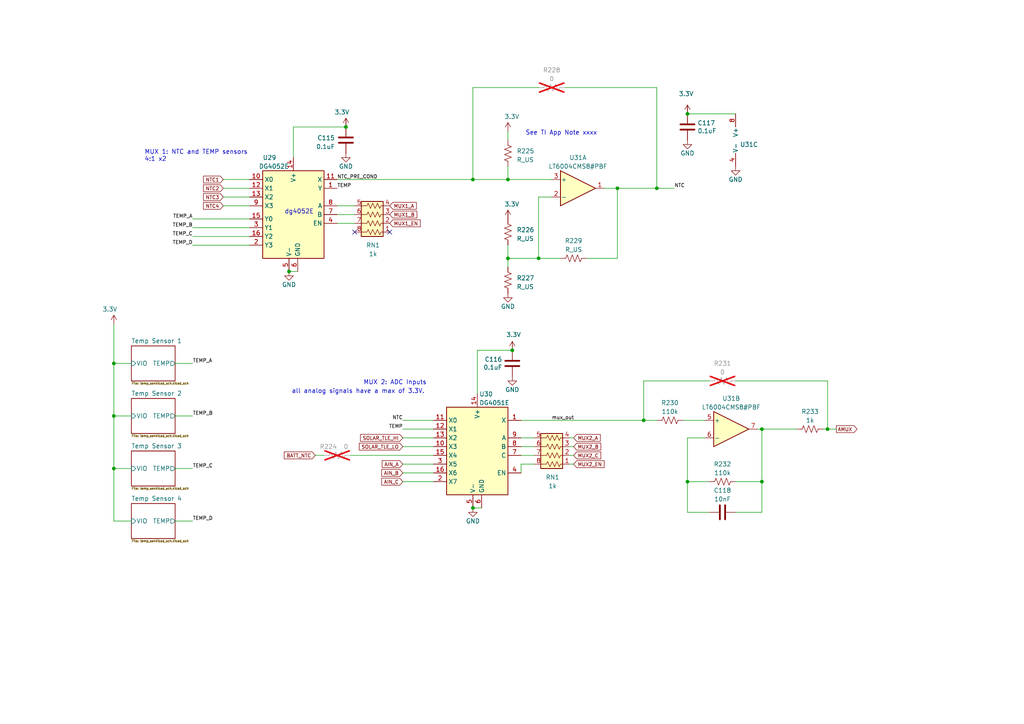
<source format=kicad_sch>
(kicad_sch (version 20230121) (generator eeschema)
  (paper "A4")
  (title_block (company "Sierra Lobo INC."))
  (lib_symbols
    (symbol "Device:C" (pin_numbers hide) (pin_names (offset 0.254))
      (property "Reference" "C" (at 0.635 2.54 0))
      (property "Value" "C" (at 0.635 -2.54 0))
      (symbol "C_0_1"
        (polyline (pts (xy -2.032 -0.762) (xy 2.032 -0.762)) (stroke (width 0.508)))
        (polyline (pts (xy -2.032 0.762) (xy 2.032 0.762)) (stroke (width 0.508)))
      )
      (symbol "C_1_1"
        (pin passive line (at 0 3.81 270) (length 2.794) (name "~") (number "1"))
        (pin passive line (at 0 -3.81 90) (length 2.794) (name "~") (number "2"))
      )
    )
    (symbol "Device:R_US" (pin_numbers hide) (pin_names (offset 0))
      (property "Reference" "R" (at 2.54 0 90))
      (property "Value" "R_US" (at -2.54 0 90))
      (symbol "R_US_0_1"
        (polyline (pts (xy 0 -2.286) (xy 0 -2.54)))
        (polyline (pts (xy 0 2.286) (xy 0 2.54)))
        (polyline (pts (xy 0 -0.762) (xy 1.016 -1.143) (xy 0 -1.524) (xy -1.016 -1.905) (xy 0 -2.286)))
        (polyline (pts (xy 0 0.762) (xy 1.016 0.381) (xy 0 0) (xy -1.016 -0.381) (xy 0 -0.762)))
        (polyline (pts (xy 0 2.286) (xy 1.016 1.905) (xy 0 1.524) (xy -1.016 1.143) (xy 0 0.762)))
      )
      (symbol "R_US_1_1"
        (pin passive line (at 0 3.81 270) (length 1.27) (name "~") (number "1"))
        (pin passive line (at 0 -3.81 90) (length 1.27) (name "~") (number "2"))
      )
    )
    (symbol "SierraLobo:DG4051E"
      (property "Reference" "U" (at -8.89 22.86 0))
      (property "Value" "DG4051E" (at 1.27 22.86 0))
      (symbol "DG4051E_1_0"
        (pin passive line (at -12.7 17.78 0) (length 3.81) (name "X") (number "1"))
        (pin passive line (at 12.7 7.62 180) (length 3.81) (name "X4") (number "15"))
        (pin passive line (at 12.7 2.54 180) (length 3.81) (name "X6") (number "16"))
        (pin passive line (at 12.7 5.08 180) (length 3.81) (name "X5") (number "3"))
      )
      (symbol "DG4051E_1_1"
        (rectangle (start -8.89 21.59) (end 8.89 -3.81) (stroke (width 0.254)) (fill (type background)))
        (pin passive line (at 12.7 10.16 180) (length 3.81) (name "X3") (number "10"))
        (pin passive line (at 12.7 17.78 180) (length 3.81) (name "X0") (number "11"))
        (pin passive line (at 12.7 15.24 180) (length 3.81) (name "X1") (number "12"))
        (pin passive line (at 12.7 12.7 180) (length 3.81) (name "X2") (number "13"))
        (pin passive line (at 0 25.4 270) (length 3.81) (name "V+") (number "14"))
        (pin passive line (at 12.7 0 180) (length 3.81) (name "X7") (number "2"))
        (pin passive line (at -12.7 2.54 0) (length 3.81) (name "EN") (number "4"))
        (pin passive line (at 1.27 -7.62 90) (length 3.81) (name "V-") (number "5"))
        (pin passive line (at -1.27 -7.62 90) (length 3.81) (name "GND") (number "6"))
        (pin passive line (at -12.7 7.62 0) (length 3.81) (name "C") (number "7"))
        (pin passive line (at -12.7 10.16 0) (length 3.81) (name "B") (number "8"))
        (pin passive line (at -12.7 12.7 0) (length 3.81) (name "A") (number "9"))
      )
    )
    (symbol "SierraLobo:DG4052E"
      (property "Reference" "U" (at -8.89 22.86 0))
      (property "Value" "DG4052E" (at 1.27 22.86 0))
      (symbol "DG4052E_1_0"
        (pin passive line (at -12.7 16.51 0) (length 3.81) (name "Y") (number "1"))
        (pin passive line (at -12.7 19.05 0) (length 3.81) (name "X") (number "11"))
        (pin passive line (at 12.7 7.62 180) (length 3.81) (name "Y0") (number "15"))
        (pin passive line (at 12.7 2.54 180) (length 3.81) (name "Y2") (number "16"))
        (pin passive line (at 12.7 5.08 180) (length 3.81) (name "Y1") (number "3"))
      )
      (symbol "DG4052E_1_1"
        (rectangle (start -8.89 21.59) (end 8.89 -3.81) (stroke (width 0.254)) (fill (type background)))
        (pin passive line (at 12.7 19.05 180) (length 3.81) (name "X0") (number "10"))
        (pin passive line (at 12.7 16.51 180) (length 3.81) (name "X1") (number "12"))
        (pin passive line (at 12.7 13.97 180) (length 3.81) (name "X2") (number "13"))
        (pin passive line (at 0 25.4 270) (length 3.81) (name "V+") (number "14"))
        (pin passive line (at 12.7 0 180) (length 3.81) (name "Y3") (number "2"))
        (pin passive line (at -12.7 6.35 0) (length 3.81) (name "EN") (number "4"))
        (pin passive line (at 1.27 -7.62 90) (length 3.81) (name "V-") (number "5"))
        (pin passive line (at -1.27 -7.62 90) (length 3.81) (name "GND") (number "6"))
        (pin passive line (at -12.7 8.89 0) (length 3.81) (name "B") (number "7"))
        (pin passive line (at -12.7 11.43 0) (length 3.81) (name "A") (number "8"))
        (pin passive line (at 12.7 11.43 180) (length 3.81) (name "X3") (number "9"))
      )
    )
    (symbol "SierraLobo:LT6004CMS8#PBF" (pin_names (offset 0.127))
      (property "Reference" "U" (at 0 5.08 0))
      (property "Value" "LT6004CMS8#PBF" (at 0 -5.08 0))
      (symbol "LT6004CMS8#PBF_1_1"
        (polyline (pts (xy -5.08 5.08) (xy 5.08 0) (xy -5.08 -5.08) (xy -5.08 5.08)) (stroke (width 0.254)) (fill (type background)))
        (pin output line (at 7.62 0 180) (length 2.54) (name "~") (number "1"))
        (pin input line (at -7.62 -2.54 0) (length 2.54) (name "-") (number "2"))
        (pin input line (at -7.62 2.54 0) (length 2.54) (name "+") (number "3"))
      )
      (symbol "LT6004CMS8#PBF_2_1"
        (polyline (pts (xy -5.08 5.08) (xy 5.08 0) (xy -5.08 -5.08) (xy -5.08 5.08)) (stroke (width 0.254)) (fill (type background)))
        (pin input line (at -7.62 2.54 0) (length 2.54) (name "+") (number "5"))
        (pin input line (at -7.62 -2.54 0) (length 2.54) (name "-") (number "6"))
        (pin output line (at 7.62 0 180) (length 2.54) (name "~") (number "7"))
      )
      (symbol "LT6004CMS8#PBF_3_1"
        (pin power_in line (at -2.54 -7.62 90) (length 3.81) (name "V-") (number "4"))
        (pin power_in line (at -2.54 7.62 270) (length 3.81) (name "V+") (number "8"))
      )
    )
    (symbol "SierraLobo:R_Network04_US" (pin_names (offset 0) hide)
      (property "Reference" "RN" (at -7.62 0 90))
      (property "Value" "R_Network04_US" (at 5.08 0 90))
      (symbol "R_Network04_US_0_1"
        (rectangle (start -6.35 3.175) (end 3.81 -3.175) (stroke (width 0.254)) (fill (type background)))
        (polyline (pts (xy -5.08 2.54) (xy -5.08 1.524) (xy -4.318 1.1684) (xy -5.842 0.508) (xy -4.318 -0.1524) (xy -5.842 -0.8382) (xy -4.318 -1.524) (xy -5.842 -2.1844) (xy -5.08 -2.54) (xy -5.08 -3.81)))
        (polyline (pts (xy -2.54 2.54) (xy -2.54 1.524) (xy -1.778 1.1684) (xy -3.302 0.508) (xy -1.778 -0.1524) (xy -3.302 -0.8382) (xy -1.778 -1.524) (xy -3.302 -2.1844) (xy -2.54 -2.54) (xy -2.54 -3.81)))
        (polyline (pts (xy 0 2.54) (xy 0 1.524) (xy 0.762 1.1684) (xy -0.762 0.508) (xy 0.762 -0.1524) (xy -0.762 -0.8382) (xy 0.762 -1.524) (xy -0.762 -2.1844) (xy 0 -2.54) (xy 0 -3.81)))
        (polyline (pts (xy 2.54 2.54) (xy 2.54 1.524) (xy 3.302 1.1684) (xy 1.778 0.508) (xy 3.302 -0.1524) (xy 1.778 -0.8382) (xy 3.302 -1.524) (xy 1.778 -2.1844) (xy 2.54 -2.54) (xy 2.54 -3.81)))
      )
      (symbol "R_Network04_US_1_1"
        (pin passive line (at -5.08 -5.08 90) (length 1.27) (name "~") (number "1"))
        (pin passive line (at -2.54 -5.08 90) (length 1.27) (name "~") (number "2"))
        (pin passive line (at 0 -5.08 90) (length 1.27) (name "~") (number "3"))
        (pin passive line (at 2.54 -5.08 90) (length 1.27) (name "~") (number "4"))
        (pin passive line (at 2.54 5.08 270) (length 2.54) (name "~") (number "5"))
        (pin passive line (at 0 5.08 270) (length 2.54) (name "~") (number "6"))
        (pin passive line (at -2.54 5.08 270) (length 2.54) (name "~") (number "7"))
        (pin passive line (at -5.08 5.08 270) (length 2.54) (name "~") (number "8"))
      )
    )
    (symbol "mainboard:3.3V" (power) (pin_names (offset 1.016))
      (property "Value" "3.3V" (at -1.016 3.556 0))
      (symbol "3.3V_1_0"
        (polyline (pts (xy 0 2.54) (xy -0.762 1.27)))
        (polyline (pts (xy 0.762 1.27) (xy 0 2.54)))
        (pin power_in line (at 0 0 90) (length 2.54) (name "3.3V") (number "1"))
      )
    )
    (symbol "power:GND" (power) (pin_names (offset 0))
      (property "Value" "GND" (at 0 -3.81 0))
      (symbol "GND_0_1"
        (polyline (pts (xy 0 0) (xy 0 -1.27) (xy 1.27 -1.27) (xy 0 -2.54) (xy -1.27 -1.27) (xy 0 -1.27)))
      )
      (symbol "GND_1_1"
        (pin power_in line (at 0 0 270) (length 0) hide (name "GND") (number "1"))
      )
    )
  )
  (junction (at 220.98 139.7))
  (junction (at 33.02 105.41))
  (junction (at 147.32 52.07))
  (junction (at 199.39 33.02))
  (junction (at 33.02 135.89))
  (junction (at 156.21 74.93))
  (junction (at 33.02 120.65))
  (junction (at 100.33 36.83))
  (junction (at 190.5 54.61))
  (junction (at 148.59 101.6))
  (junction (at 199.39 139.7))
  (junction (at 83.82 78.74))
  (junction (at 147.32 74.93))
  (junction (at 240.03 124.46))
  (junction (at 220.98 124.46))
  (junction (at 179.07 54.61))
  (junction (at 137.16 147.32))
  (junction (at 186.69 121.92))
  (junction (at 137.16 52.07))
  (no_connect (at 102.87 67.31))
  (no_connect (at 113.03 67.31))
  (wire (pts (xy 97.79 52.07) (xy 137.16 52.07)))
  (wire (pts (xy 220.98 124.46) (xy 219.71 124.46)))
  (wire (pts (xy 125.73 124.46) (xy 116.84 124.46)))
  (wire (pts (xy 33.02 120.65) (xy 38.1 120.65)))
  (wire (pts (xy 55.88 105.41) (xy 50.8 105.41)))
  (wire (pts (xy 166.37 129.54) (xy 165.1 129.54)))
  (wire (pts (xy 151.13 121.92) (xy 186.69 121.92)))
  (wire (pts (xy 85.09 36.83) (xy 85.09 45.72)))
  (wire (pts (xy 97.79 64.77) (xy 102.87 64.77)))
  (wire (pts (xy 33.02 105.41) (xy 38.1 105.41)))
  (wire (pts (xy 72.39 52.07) (xy 64.77 52.07)))
  (wire (pts (xy 147.32 52.07) (xy 147.32 48.26)))
  (wire (pts (xy 151.13 134.62) (xy 154.94 134.62)))
  (wire (pts (xy 199.39 148.59) (xy 205.74 148.59)))
  (wire (pts (xy 190.5 25.4) (xy 190.5 54.61)))
  (wire (pts (xy 199.39 139.7) (xy 199.39 148.59)))
  (wire (pts (xy 33.02 135.89) (xy 33.02 151.13)))
  (wire (pts (xy 220.98 148.59) (xy 213.36 148.59)))
  (wire (pts (xy 72.39 63.5) (xy 55.88 63.5)))
  (wire (pts (xy 151.13 129.54) (xy 154.94 129.54)))
  (wire (pts (xy 137.16 147.32) (xy 139.7 147.32)))
  (wire (pts (xy 156.21 25.4) (xy 137.16 25.4)))
  (wire (pts (xy 160.02 57.15) (xy 156.21 57.15)))
  (wire (pts (xy 179.07 74.93) (xy 179.07 54.61)))
  (wire (pts (xy 238.76 124.46) (xy 240.03 124.46)))
  (wire (pts (xy 55.88 71.12) (xy 72.39 71.12)))
  (wire (pts (xy 137.16 25.4) (xy 137.16 52.07)))
  (wire (pts (xy 33.02 93.98) (xy 33.02 105.41)))
  (wire (pts (xy 166.37 127) (xy 165.1 127)))
  (wire (pts (xy 91.44 132.08) (xy 93.98 132.08)))
  (wire (pts (xy 137.16 52.07) (xy 147.32 52.07)))
  (wire (pts (xy 179.07 54.61) (xy 190.5 54.61)))
  (wire (pts (xy 97.79 62.23) (xy 102.87 62.23)))
  (wire (pts (xy 33.02 135.89) (xy 38.1 135.89)))
  (wire (pts (xy 204.47 127) (xy 199.39 127)))
  (wire (pts (xy 125.73 137.16) (xy 116.84 137.16)))
  (wire (pts (xy 72.39 66.04) (xy 55.88 66.04)))
  (wire (pts (xy 160.02 52.07) (xy 147.32 52.07)))
  (wire (pts (xy 72.39 68.58) (xy 55.88 68.58)))
  (wire (pts (xy 240.03 110.49) (xy 240.03 124.46)))
  (wire (pts (xy 179.07 54.61) (xy 175.26 54.61)))
  (wire (pts (xy 205.74 110.49) (xy 186.69 110.49)))
  (wire (pts (xy 186.69 121.92) (xy 190.5 121.92)))
  (wire (pts (xy 166.37 132.08) (xy 165.1 132.08)))
  (wire (pts (xy 213.36 139.7) (xy 220.98 139.7)))
  (wire (pts (xy 86.36 78.74) (xy 83.82 78.74)))
  (wire (pts (xy 116.84 139.7) (xy 125.73 139.7)))
  (wire (pts (xy 125.73 121.92) (xy 116.84 121.92)))
  (wire (pts (xy 101.6 132.08) (xy 125.73 132.08)))
  (wire (pts (xy 125.73 129.54) (xy 116.84 129.54)))
  (wire (pts (xy 199.39 139.7) (xy 205.74 139.7)))
  (wire (pts (xy 186.69 110.49) (xy 186.69 121.92)))
  (wire (pts (xy 198.12 121.92) (xy 204.47 121.92)))
  (wire (pts (xy 100.33 36.83) (xy 85.09 36.83)))
  (wire (pts (xy 240.03 124.46) (xy 242.57 124.46)))
  (wire (pts (xy 55.88 151.13) (xy 50.8 151.13)))
  (wire (pts (xy 55.88 120.65) (xy 50.8 120.65)))
  (wire (pts (xy 156.21 74.93) (xy 162.56 74.93)))
  (wire (pts (xy 72.39 54.61) (xy 64.77 54.61)))
  (wire (pts (xy 199.39 33.02) (xy 213.36 33.02)))
  (wire (pts (xy 97.79 59.69) (xy 102.87 59.69)))
  (wire (pts (xy 190.5 54.61) (xy 195.58 54.61)))
  (wire (pts (xy 147.32 74.93) (xy 147.32 77.47)))
  (wire (pts (xy 163.83 25.4) (xy 190.5 25.4)))
  (wire (pts (xy 165.1 134.62) (xy 166.37 134.62)))
  (wire (pts (xy 156.21 74.93) (xy 147.32 74.93)))
  (wire (pts (xy 147.32 38.1) (xy 147.32 40.64)))
  (wire (pts (xy 33.02 151.13) (xy 38.1 151.13)))
  (wire (pts (xy 148.59 101.6) (xy 138.43 101.6)))
  (wire (pts (xy 220.98 124.46) (xy 231.14 124.46)))
  (wire (pts (xy 220.98 139.7) (xy 220.98 124.46)))
  (wire (pts (xy 151.13 132.08) (xy 154.94 132.08)))
  (wire (pts (xy 220.98 139.7) (xy 220.98 148.59)))
  (wire (pts (xy 33.02 105.41) (xy 33.02 120.65)))
  (wire (pts (xy 72.39 59.69) (xy 64.77 59.69)))
  (wire (pts (xy 33.02 120.65) (xy 33.02 135.89)))
  (wire (pts (xy 125.73 134.62) (xy 116.84 134.62)))
  (wire (pts (xy 125.73 127) (xy 116.84 127)))
  (wire (pts (xy 170.18 74.93) (xy 179.07 74.93)))
  (wire (pts (xy 156.21 57.15) (xy 156.21 74.93)))
  (wire (pts (xy 151.13 127) (xy 154.94 127)))
  (wire (pts (xy 213.36 110.49) (xy 240.03 110.49)))
  (wire (pts (xy 151.13 137.16) (xy 151.13 134.62)))
  (wire (pts (xy 147.32 71.12) (xy 147.32 74.93)))
  (wire (pts (xy 199.39 127) (xy 199.39 139.7)))
  (wire (pts (xy 55.88 135.89) (xy 50.8 135.89)))
  (wire (pts (xy 72.39 57.15) (xy 64.77 57.15)))
  (wire (pts (xy 138.43 101.6) (xy 138.43 114.3)))
  (text "MUX 2: ADC Inputs" (at 105.41 111.76 0) (effects (font (size 1.27 1.27)) (justify left bottom)))
  (text "MUX 1: NTC and TEMP sensors\n4:1 x2" (at 41.91 46.99 0) (effects (font (size 1.27 1.27)) (justify left bottom)))
  (text "dg4052E" (at 82.55 62.23 0) (effects (font (size 1.27 1.27)) (justify left bottom)))
  (text "See TI App Note xxxx" (at 152.4 39.37 0) (effects (font (size 1.27 1.27)) (justify left bottom)))
  (text "all analog signals have a max of 3.3V." (at 123.19 114.3 0) (effects (font (size 1.27 1.27)) (justify right bottom)))
  (label "TEMP_B" (at 55.88 120.65 0) (effects (font (size 1.016 1.016))))
  (label "TEMP_A" (at 55.88 105.41 0) (effects (font (size 1.016 1.016))))
  (label "TEMP" (at 97.79 54.61 0) (effects (font (size 1.016 1.016))))
  (label "TEMP_C" (at 55.88 135.89 0) (effects (font (size 1.016 1.016))))
  (label "TEMP_C" (at 55.88 68.58 180) (effects (font (size 1.016 1.016))))
  (label "NTC_PRE_COND" (at 97.79 52.07 0) (effects (font (size 1.016 1.016))))
  (label "TEMP_D" (at 55.88 151.13 0) (effects (font (size 1.016 1.016))))
  (label "TEMP" (at 116.84 124.46 180) (effects (font (size 1.016 1.016))))
  (label "TEMP_B" (at 55.88 66.04 180) (effects (font (size 1.016 1.016))))
  (label "TEMP_D" (at 55.88 71.12 180) (effects (font (size 1.016 1.016))))
  (label "NTC" (at 195.58 54.61 0) (effects (font (size 1.016 1.016))))
  (label "TEMP_A" (at 55.88 63.5 180) (effects (font (size 1.016 1.016))))
  (label "mux_out" (at 160.02 121.92 0) (effects (font (size 1.016 1.016))))
  (label "NTC" (at 116.84 121.92 180) (effects (font (size 1.016 1.016))))
  (global_label "MUX2_C" (shape input) (at 166.37 132.08 0) (effects (font (size 1.016 1.016))) (property "Intersheetrefs" "${INTERSHEET_REFS}" (effects hide)))
  (global_label "MUX1_B" (shape input) (at 113.03 62.23 0) (effects (font (size 1.016 1.016))) (property "Intersheetrefs" "${INTERSHEET_REFS}" (effects hide)))
  (global_label "AIN_B" (shape input) (at 116.84 137.16 180) (effects (font (size 1.016 1.016))) (property "Intersheetrefs" "${INTERSHEET_REFS}" (effects hide)))
  (global_label "MUX2_EN" (shape input) (at 166.37 134.62 0) (effects (font (size 1.016 1.016))) (property "Intersheetrefs" "${INTERSHEET_REFS}" (effects hide)))
  (global_label "MUX1_EN" (shape input) (at 113.03 64.77 0) (effects (font (size 1.016 1.016))) (property "Intersheetrefs" "${INTERSHEET_REFS}" (effects hide)))
  (global_label "MUX2_B" (shape input) (at 166.37 129.54 0) (effects (font (size 1.016 1.016))) (property "Intersheetrefs" "${INTERSHEET_REFS}" (effects hide)))
  (global_label "AMUX" (shape output) (at 242.57 124.46 0) (effects (font (size 1.016 1.016))) (property "Intersheetrefs" "${INTERSHEET_REFS}" (effects hide)))
  (global_label "AIN_C" (shape input) (at 116.84 139.7 180) (effects (font (size 1.016 1.016))) (property "Intersheetrefs" "${INTERSHEET_REFS}" (effects hide)))
  (global_label "NTC1" (shape input) (at 64.77 52.07 180) (effects (font (size 1.016 1.016))) (property "Intersheetrefs" "${INTERSHEET_REFS}" (effects hide)))
  (global_label "NTC4" (shape input) (at 64.77 59.69 180) (effects (font (size 1.016 1.016))) (property "Intersheetrefs" "${INTERSHEET_REFS}" (effects hide)))
  (global_label "MUX1_A" (shape input) (at 113.03 59.69 0) (effects (font (size 1.016 1.016))) (property "Intersheetrefs" "${INTERSHEET_REFS}" (effects hide)))
  (global_label "AIN_A" (shape input) (at 116.84 134.62 180) (effects (font (size 1.016 1.016))) (property "Intersheetrefs" "${INTERSHEET_REFS}" (effects hide)))
  (global_label "SOLAR_TLE_LO" (shape input) (at 116.84 129.54 180) (effects (font (size 1.016 1.016))) (property "Intersheetrefs" "${INTERSHEET_REFS}" (effects hide)))
  (global_label "NTC3" (shape input) (at 64.77 57.15 180) (effects (font (size 1.016 1.016))) (property "Intersheetrefs" "${INTERSHEET_REFS}" (effects hide)))
  (global_label "BATT_NTC" (shape input) (at 91.44 132.08 180) (effects (font (size 1.016 1.016))) (property "Intersheetrefs" "${INTERSHEET_REFS}" (effects hide)))
  (global_label "NTC2" (shape input) (at 64.77 54.61 180) (effects (font (size 1.016 1.016))) (property "Intersheetrefs" "${INTERSHEET_REFS}" (effects hide)))
  (global_label "MUX2_A" (shape input) (at 166.37 127 0) (effects (font (size 1.016 1.016))) (property "Intersheetrefs" "${INTERSHEET_REFS}" (effects hide)))
  (global_label "SOLAR_TLE_HI" (shape input) (at 116.84 127 180) (effects (font (size 1.016 1.016))) (property "Intersheetrefs" "${INTERSHEET_REFS}" (effects hide)))
  (symbol (lib_id "mainboard:3.3V") (at 147.32 38.1 0) (unit 1)
    (property "Reference" "#SUPPLY02" (effects hide))
    (property "Value" "3.3V" (at 146.304 34.544 0) (effects (justify left bottom)))
    (instances (project "mainboard" (path "" (reference "#SUPPLY02") (unit 1)) (path "" (reference "#SUPPLY027") (unit 1)) (path "" (reference "#SUPPLY036") (unit 1))))
  )
  (symbol (lib_id "power:GND") (at 137.16 147.32 0) (mirror y) (unit 1)
    (property "Reference" "#PWR0155" (effects hide))
    (property "Value" "GND" (at 137.16 151.13 0))
  )
  (symbol (lib_id "Device:R_US") (at 160.02 25.4 90) (unit 1) (dnp yes)
    (property "Reference" "R228" (at 160.02 20.32 90))
    (property "Value" "0" (at 160.02 22.86 90))
    (property "Footprint" "Resistor_SMD:R_0603_1608Metric" (effects hide))
  )
  (symbol (lib_id "power:GND") (at 213.36 48.26 0) (mirror y) (unit 1)
    (property "Reference" "#PWR0159" (effects hide))
    (property "Value" "GND" (at 213.36 52.07 0))
  )
  (symbol (lib_id "SierraLobo:R_Network04_US") (at 107.95 62.23 90) (unit 1)
    (property "Reference" "RN1" (at 108.204 71.12 90))
    (property "Value" "1k" (at 108.204 73.66 90))
    (property "Footprint" "SierraLobo:RAVF164D" (effects hide))
    (property "Datasheet" "RAVF164DJT1K00" (effects hide))
    (instances (project "mainboard" (path "" (reference "RN1") (unit 1)) (path "" (reference "RN5") (unit 1))))
  )
  (symbol (lib_id "mainboard:3.3V") (at 33.02 93.98 0) (mirror y) (unit 1)
    (property "Reference" "#SUPPLY02" (effects hide))
    (property "Value" "3.3V" (at 34.036 90.424 0) (effects (justify left bottom)))
    (instances (project "mainboard" (path "" (reference "#SUPPLY02") (unit 1)) (path "" (reference "#SUPPLY027") (unit 1)) (path "" (reference "#SUPPLY034") (unit 1))))
  )
  (symbol (lib_id "mainboard:3.3V") (at 147.32 63.5 0) (unit 1)
    (property "Reference" "#SUPPLY02" (effects hide))
    (property "Value" "3.3V" (at 146.304 59.944 0) (effects (justify left bottom)))
    (instances (project "mainboard" (path "" (reference "#SUPPLY02") (unit 1)) (path "" (reference "#SUPPLY027") (unit 1)) (path "" (reference "#SUPPLY037") (unit 1))))
  )
  (symbol (lib_id "SierraLobo:LT6004CMS8#PBF") (at 215.9 40.64 0) (unit 3)
    (property "Reference" "U31" (at 214.63 41.91 0) (effects (justify left)))
    (property "Value" "LT6004CMS8#PBF" (effects hide))
    (property "Footprint" "Package_SO:MSOP-8_3x3mm_P0.65mm" (effects hide))
  )
  (symbol (lib_id "Device:R_US") (at 209.55 139.7 90) (unit 1)
    (property "Reference" "R232" (at 209.55 134.62 90))
    (property "Value" "110k" (at 209.55 137.16 90))
    (property "Footprint" "Resistor_SMD:R_0603_1608Metric" (effects hide))
  )
  (symbol (lib_id "Device:R_US") (at 147.32 44.45 0) (unit 1)
    (property "Reference" "R225" (at 149.86 43.815 0) (effects (justify left)))
    (property "Value" "R_US" (at 149.86 46.355 0) (effects (justify left)))
    (property "Footprint" "Resistor_SMD:R_0603_1608Metric" (effects hide))
  )
  (symbol (lib_id "mainboard:3.3V") (at 100.33 36.83 0) (mirror y) (unit 1)
    (property "Reference" "#SUPPLY02" (effects hide))
    (property "Value" "3.3V" (at 101.346 33.274 0) (effects (justify left bottom)))
    (instances (project "mainboard" (path "" (reference "#SUPPLY02") (unit 1)) (path "" (reference "#SUPPLY027") (unit 1)) (path "" (reference "#SUPPLY035") (unit 1))))
  )
  (symbol (lib_id "power:GND") (at 148.59 109.22 0) (mirror y) (unit 1)
    (property "Reference" "#PWR0157" (effects hide))
    (property "Value" "GND" (at 148.59 113.03 0))
  )
  (symbol (lib_id "mainboard:3.3V") (at 148.59 101.6 0) (mirror y) (unit 1)
    (property "Reference" "#SUPPLY038" (effects hide))
    (property "Value" "3.3V" (at 151.13 97.79 0) (effects (justify left bottom)))
  )
  (symbol (lib_id "SierraLobo:LT6004CMS8#PBF") (at 212.09 124.46 0) (unit 2)
    (property "Reference" "U31" (at 212.09 115.57 0))
    (property "Value" "LT6004CMS8#PBF" (at 212.09 118.11 0))
    (property "Footprint" "Package_SO:MSOP-8_3x3mm_P0.65mm" (effects hide))
  )
  (symbol (lib_id "Device:R_US") (at 147.32 81.28 180) (unit 1)
    (property "Reference" "R227" (at 149.86 80.645 0) (effects (justify right)))
    (property "Value" "R_US" (at 149.86 83.185 0) (effects (justify right)))
    (property "Footprint" "Resistor_SMD:R_0603_1608Metric" (effects hide))
  )
  (symbol (lib_id "mainboard:3.3V") (at 199.39 33.02 0) (unit 1)
    (property "Reference" "#SUPPLY039" (effects hide))
    (property "Value" "3.3V" (at 196.85 27.94 0) (effects (justify left bottom)))
  )
  (symbol (lib_id "SierraLobo:DG4052E") (at 85.09 71.12 0) (mirror y) (unit 1)
    (property "Reference" "U29" (at 76.2 45.72 0) (effects (justify right)))
    (property "Value" "DG4052E" (at 83.82 48.26 0) (effects (justify left)))
    (property "Footprint" "SierraLobo:MINI-QFN-16L" (effects hide))
    (property "Datasheet" "DG4052EEN-T1-GE4" (effects hide))
  )
  (symbol (lib_id "Device:C") (at 148.59 105.41 0) (mirror y) (unit 1)
    (property "Reference" "C116" (at 145.669 104.2416 0) (effects (justify left)))
    (property "Value" "0.1uF" (at 145.669 106.553 0) (effects (justify left)))
    (property "Footprint" "Capacitor_SMD:C_0402_1005Metric" (effects hide))
  )
  (symbol (lib_id "Device:R_US") (at 147.32 67.31 0) (unit 1)
    (property "Reference" "R226" (at 149.86 66.675 0) (effects (justify left)))
    (property "Value" "R_US" (at 149.86 69.215 0) (effects (justify left)))
    (property "Footprint" "Resistor_SMD:R_0603_1608Metric" (effects hide))
  )
  (symbol (lib_id "Device:C") (at 100.33 40.64 0) (mirror y) (unit 1)
    (property "Reference" "C115" (at 97.155 40.005 0) (effects (justify left)))
    (property "Value" "0.1uF" (at 97.155 42.545 0) (effects (justify left)))
    (property "Footprint" "Capacitor_SMD:C_0402_1005Metric" (effects hide))
  )
  (symbol (lib_id "Device:R_US") (at 209.55 110.49 90) (unit 1) (dnp yes)
    (property "Reference" "R231" (at 209.55 105.41 90))
    (property "Value" "0" (at 209.55 107.95 90))
    (property "Footprint" "Resistor_SMD:R_0603_1608Metric" (effects hide))
  )
  (symbol (lib_id "power:GND") (at 199.39 40.64 0) (unit 1)
    (property "Reference" "#PWR0158" (effects hide))
    (property "Value" "GND" (at 199.39 44.45 0))
  )
  (symbol (lib_id "Device:C") (at 209.55 148.59 90) (unit 1)
    (property "Reference" "C118" (at 209.55 142.24 90))
    (property "Value" "10nF" (at 209.55 144.78 90))
    (property "Footprint" "Capacitor_SMD:C_0402_1005Metric" (effects hide))
  )
  (symbol (lib_id "SierraLobo:DG4051E") (at 138.43 139.7 0) (mirror y) (unit 1)
    (property "Reference" "U30" (at 139.0141 114.3 0) (effects (justify right)))
    (property "Value" "DG4051E" (at 139.0141 116.84 0) (effects (justify right)))
    (property "Footprint" "SierraLobo:MINI-QFN-16L" (effects hide))
    (property "Datasheet" "DG4051EEN-T1-GE4" (effects hide))
  )
  (symbol (lib_id "Device:R_US") (at 234.95 124.46 90) (unit 1)
    (property "Reference" "R233" (at 234.95 119.38 90))
    (property "Value" "1k" (at 234.95 121.92 90))
    (property "Footprint" "Resistor_SMD:R_0603_1608Metric" (effects hide))
  )
  (symbol (lib_id "SierraLobo:R_Network04_US") (at 160.02 129.54 90) (unit 1)
    (property "Reference" "RN1" (at 160.274 138.43 90))
    (property "Value" "1k" (at 160.274 140.97 90))
    (property "Footprint" "SierraLobo:RAVF164D" (effects hide))
    (property "Datasheet" "RAVF164DJT1K00" (effects hide))
    (instances (project "mainboard" (path "" (reference "RN1") (unit 1)) (path "" (reference "RN6") (unit 1))))
  )
  (symbol (lib_id "power:GND") (at 100.33 44.45 0) (unit 1)
    (property "Reference" "#PWR05" (effects hide))
    (property "Value" "GND" (at 100.33 48.26 0))
    (instances (project "mainboard" (path "" (reference "#PWR05") (unit 1)) (path "" (reference "#PWR0154") (unit 1))))
  )
  (symbol (lib_id "Device:C") (at 199.39 36.83 0) (unit 1)
    (property "Reference" "C117" (at 202.311 35.6616 0) (effects (justify left)))
    (property "Value" "0.1uF" (at 202.311 37.973 0) (effects (justify left)))
    (property "Footprint" "Capacitor_SMD:C_0402_1005Metric" (effects hide))
  )
  (symbol (lib_id "Device:R_US") (at 97.79 132.08 90) (unit 1) (dnp yes)
    (property "Reference" "R224" (at 95.25 129.54 90))
    (property "Value" "0" (at 100.33 129.54 90))
    (property "Footprint" "Resistor_SMD:R_0603_1608Metric" (effects hide))
  )
  (symbol (lib_id "power:GND") (at 147.32 85.09 0) (mirror y) (unit 1)
    (property "Reference" "#PWR05" (effects hide))
    (property "Value" "GND" (at 147.32 88.9 0))
    (instances (project "mainboard" (path "" (reference "#PWR05") (unit 1)) (path "" (reference "#PWR0156") (unit 1))))
  )
  (symbol (lib_id "Device:R_US") (at 166.37 74.93 90) (unit 1)
    (property "Reference" "R229" (at 166.37 69.85 90))
    (property "Value" "R_US" (at 166.37 72.39 90))
    (property "Footprint" "Resistor_SMD:R_0603_1608Metric" (effects hide))
  )
  (symbol (lib_id "SierraLobo:LT6004CMS8#PBF") (at 167.64 54.61 0) (unit 1)
    (property "Reference" "U31" (at 167.64 45.72 0))
    (property "Value" "LT6004CMS8#PBF" (at 167.64 48.26 0))
    (property "Footprint" "Package_SO:MSOP-8_3x3mm_P0.65mm" (effects hide))
  )
  (symbol (lib_id "Device:R_US") (at 194.31 121.92 90) (unit 1)
    (property "Reference" "R230" (at 194.31 116.84 90))
    (property "Value" "110k" (at 194.31 119.38 90))
    (property "Footprint" "Resistor_SMD:R_0603_1608Metric" (effects hide))
  )
  (symbol (lib_id "power:GND") (at 83.82 78.74 0) (mirror y) (unit 1)
    (property "Reference" "#PWR0153" (effects hide))
    (property "Value" "GND" (at 83.82 82.55 0))
  )
  (sheet (at 38.1 115.57) (size 12.7 10.16) (stroke (width 0.1524))
    (property "Sheetname" "Temp Sensor 2" (at 38.1 114.8584 0) (effects (justify left bottom)))
    (property "Sheetfile" "temp_senkicad_sch.kicad_sch" (at 38.1 126.0606 0) (effects (font (size 0.635 0.635)) (justify left top)))
    (pin "TEMP" output (at 50.8 120.65 0))
    (pin "VIO" input (at 38.1 120.65 180))
  )
  (sheet (at 38.1 100.33) (size 12.7 10.16) (stroke (width 0.1524))
    (property "Sheetname" "Temp Sensor 1" (at 38.1 99.6184 0) (effects (justify left bottom)))
    (property "Sheetfile" "temp_senkicad_sch.kicad_sch" (at 38.1 110.8206 0) (effects (font (size 0.635 0.635)) (justify left top)))
    (pin "TEMP" output (at 50.8 105.41 0))
    (pin "VIO" input (at 38.1 105.41 180))
  )
  (sheet (at 38.1 130.81) (size 12.7 10.16) (stroke (width 0.1524))
    (property "Sheetname" "Temp Sensor 3" (at 38.1 130.0984 0) (effects (justify left bottom)))
    (property "Sheetfile" "temp_senkicad_sch.kicad_sch" (at 38.1 141.3006 0) (effects (font (size 0.635 0.635)) (justify left top)))
    (pin "TEMP" output (at 50.8 135.89 0))
    (pin "VIO" input (at 38.1 135.89 180))
  )
  (sheet (at 38.1 146.05) (size 12.7 10.16) (stroke (width 0.1524))
    (property "Sheetname" "Temp Sensor 4" (at 38.1 145.3384 0) (effects (justify left bottom)))
    (property "Sheetfile" "temp_senkicad_sch.kicad_sch" (at 38.1 156.5406 0) (effects (font (size 0.635 0.635)) (justify left top)))
    (pin "TEMP" output (at 50.8 151.13 0))
    (pin "VIO" input (at 38.1 151.13 180))
  )
)
</source>
